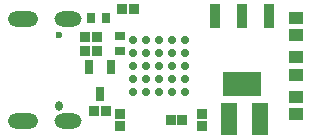
<source format=gbs>
G04*
G04 #@! TF.GenerationSoftware,Altium Limited,Altium Designer,22.10.1 (41)*
G04*
G04 Layer_Color=16711935*
%FSLAX44Y44*%
%MOMM*%
G71*
G04*
G04 #@! TF.SameCoordinates,6AC466C0-41EF-44D2-8528-C36EB44BF29F*
G04*
G04*
G04 #@! TF.FilePolarity,Negative*
G04*
G01*
G75*
%ADD37R,0.9632X0.9232*%
%ADD45R,0.9232X0.9632*%
G04:AMPARAMS|DCode=49|XSize=0.85mm|YSize=0.6mm|CornerRadius=0.3mm|HoleSize=0mm|Usage=FLASHONLY|Rotation=270.000|XOffset=0mm|YOffset=0mm|HoleType=Round|Shape=RoundedRectangle|*
%AMROUNDEDRECTD49*
21,1,0.8500,0.0000,0,0,270.0*
21,1,0.2500,0.6000,0,0,270.0*
1,1,0.6000,0.0000,-0.1250*
1,1,0.6000,0.0000,0.1250*
1,1,0.6000,0.0000,0.1250*
1,1,0.6000,0.0000,-0.1250*
%
%ADD49ROUNDEDRECTD49*%
%ADD50C,0.6000*%
G04:AMPARAMS|DCode=51|XSize=1.3mm|YSize=2.6mm|CornerRadius=0.65mm|HoleSize=0mm|Usage=FLASHONLY|Rotation=270.000|XOffset=0mm|YOffset=0mm|HoleType=Round|Shape=RoundedRectangle|*
%AMROUNDEDRECTD51*
21,1,1.3000,1.3000,0,0,270.0*
21,1,0.0000,2.6000,0,0,270.0*
1,1,1.3000,-0.6500,0.0000*
1,1,1.3000,-0.6500,0.0000*
1,1,1.3000,0.6500,0.0000*
1,1,1.3000,0.6500,0.0000*
%
%ADD51ROUNDEDRECTD51*%
G04:AMPARAMS|DCode=52|XSize=1.3mm|YSize=2.3mm|CornerRadius=0.65mm|HoleSize=0mm|Usage=FLASHONLY|Rotation=270.000|XOffset=0mm|YOffset=0mm|HoleType=Round|Shape=RoundedRectangle|*
%AMROUNDEDRECTD52*
21,1,1.3000,1.0000,0,0,270.0*
21,1,0.0000,2.3000,0,0,270.0*
1,1,1.3000,-0.5000,0.0000*
1,1,1.3000,-0.5000,0.0000*
1,1,1.3000,0.5000,0.0000*
1,1,1.3000,0.5000,0.0000*
%
%ADD52ROUNDEDRECTD52*%
%ADD53C,0.7032*%
%ADD58R,0.8121X0.7581*%
%ADD62R,1.4000X2.8000*%
%ADD63R,0.7581X0.8121*%
%ADD64R,3.2500X2.1500*%
%ADD65R,0.9500X2.1500*%
%ADD67R,0.9032X0.8532*%
%ADD68R,0.8032X1.2532*%
%ADD69R,1.2032X1.0032*%
D37*
X74143Y51816D02*
D03*
X83943D02*
D03*
X125042Y-42164D02*
D03*
X115242D02*
D03*
D45*
X72375Y-37264D02*
D03*
Y-47064D02*
D03*
X141340Y-37264D02*
D03*
Y-47064D02*
D03*
D49*
X20960Y-30017D02*
D03*
D50*
Y29983D02*
D03*
D51*
X-10040Y-43217D02*
D03*
Y43183D02*
D03*
D52*
X28210Y-43217D02*
D03*
Y43183D02*
D03*
D53*
X83574Y25556D02*
D03*
X94574D02*
D03*
X105574D02*
D03*
X116574D02*
D03*
X127574D02*
D03*
X83574Y14556D02*
D03*
X94574D02*
D03*
X105574D02*
D03*
X116574D02*
D03*
X127574D02*
D03*
X83574Y3556D02*
D03*
X94574D02*
D03*
X105574D02*
D03*
X116574D02*
D03*
X127574D02*
D03*
X83574Y-7444D02*
D03*
X94574D02*
D03*
X105574D02*
D03*
X116574D02*
D03*
X127574D02*
D03*
X83574Y-18444D02*
D03*
X94574D02*
D03*
X105574D02*
D03*
X116574D02*
D03*
X127574D02*
D03*
D58*
X71882Y16297D02*
D03*
Y28837D02*
D03*
D62*
X164592Y-41437D02*
D03*
X190592D02*
D03*
D63*
X47832Y44130D02*
D03*
X60372D02*
D03*
D64*
X175590Y-11684D02*
D03*
D65*
X198589Y46316D02*
D03*
X175590D02*
D03*
X152590D02*
D03*
D67*
X60122Y-34249D02*
D03*
X50622D02*
D03*
X52502Y16256D02*
D03*
X43002D02*
D03*
X43002Y27759D02*
D03*
X52502D02*
D03*
D68*
X55372Y-20496D02*
D03*
X64872Y2503D02*
D03*
X45872D02*
D03*
D69*
X221342Y11056D02*
D03*
Y-3944D02*
D03*
X221342Y-37446D02*
D03*
Y-22446D02*
D03*
Y29559D02*
D03*
Y44559D02*
D03*
M02*

</source>
